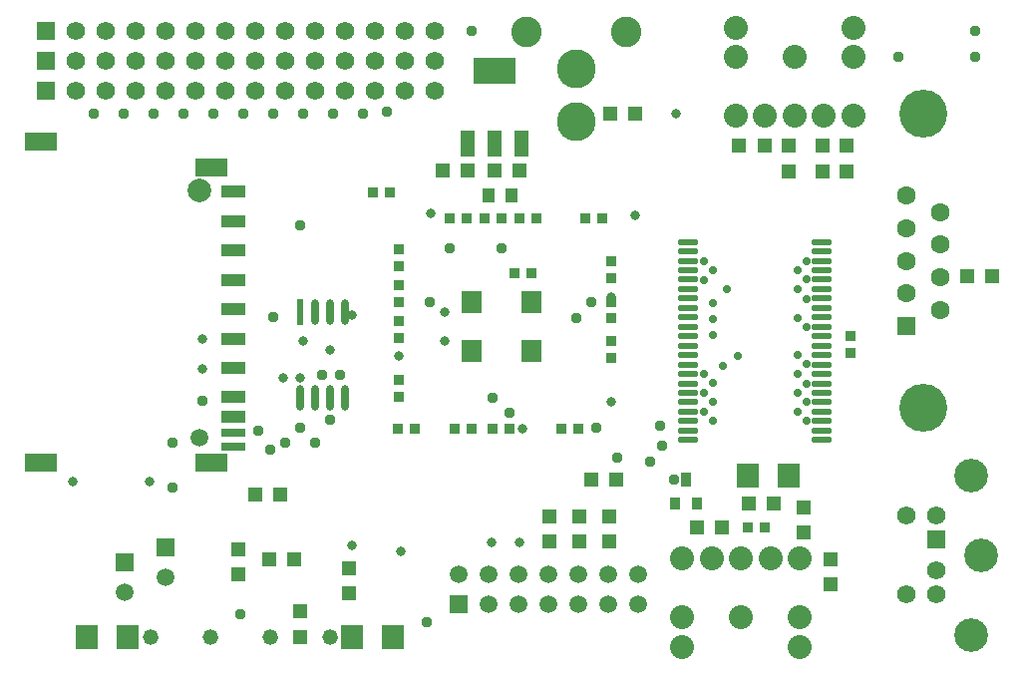
<source format=gbs>
G04 Layer_Color=16711935*
%FSLAX23Y23*%
%MOIN*%
G70*
G01*
G75*
%ADD11R,0.050X0.050*%
%ADD12R,0.038X0.032*%
%ADD18R,0.050X0.050*%
%ADD19R,0.032X0.038*%
%ADD20R,0.048X0.088*%
%ADD21R,0.142X0.088*%
%ADD22R,0.040X0.048*%
%ADD33R,0.063X0.063*%
%ADD34C,0.063*%
%ADD35C,0.160*%
%ADD36C,0.130*%
%ADD37C,0.102*%
%ADD38C,0.080*%
%ADD39R,0.059X0.059*%
%ADD40C,0.059*%
%ADD41R,0.062X0.062*%
%ADD42C,0.062*%
%ADD43R,0.062X0.062*%
%ADD44C,0.112*%
%ADD46R,0.059X0.059*%
%ADD47C,0.052*%
%ADD48C,0.032*%
%ADD49C,0.037*%
%ADD50C,0.028*%
%ADD52R,0.075X0.084*%
%ADD53R,0.070X0.078*%
%ADD54R,0.034X0.050*%
%ADD55R,0.034X0.040*%
%ADD56R,0.024X0.086*%
%ADD57O,0.024X0.086*%
%ADD58R,0.081X0.039*%
%ADD59R,0.081X0.028*%
%ADD60R,0.110X0.059*%
%ADD61O,0.071X0.022*%
%ADD65C,0.059*%
%ADD66C,0.079*%
D11*
X1984Y625D02*
D03*
X1900D02*
D03*
X2478Y1743D02*
D03*
X2394D02*
D03*
X3155Y1305D02*
D03*
X3239D02*
D03*
X2045Y1850D02*
D03*
X1961D02*
D03*
X1485Y1660D02*
D03*
X1401D02*
D03*
X1575D02*
D03*
X1659D02*
D03*
X2335Y465D02*
D03*
X2251D02*
D03*
X2509Y545D02*
D03*
X2425D02*
D03*
X905Y360D02*
D03*
X821D02*
D03*
X775Y575D02*
D03*
X859D02*
D03*
D12*
X2765Y1049D02*
D03*
Y1105D02*
D03*
X1255Y1339D02*
D03*
Y1395D02*
D03*
Y1276D02*
D03*
Y1220D02*
D03*
Y1099D02*
D03*
Y1155D02*
D03*
Y904D02*
D03*
Y960D02*
D03*
X1965Y1034D02*
D03*
Y1090D02*
D03*
Y1221D02*
D03*
Y1165D02*
D03*
Y1356D02*
D03*
Y1300D02*
D03*
D18*
X2674Y1742D02*
D03*
Y1658D02*
D03*
X2559D02*
D03*
Y1742D02*
D03*
X2754Y1658D02*
D03*
Y1742D02*
D03*
X2610Y450D02*
D03*
Y534D02*
D03*
X1960Y504D02*
D03*
Y420D02*
D03*
X1860D02*
D03*
Y504D02*
D03*
X1760Y420D02*
D03*
Y504D02*
D03*
X2700Y360D02*
D03*
Y276D02*
D03*
X1090Y330D02*
D03*
Y246D02*
D03*
X720Y310D02*
D03*
Y394D02*
D03*
X925Y185D02*
D03*
Y101D02*
D03*
D19*
X2424Y465D02*
D03*
X2480D02*
D03*
X1169Y1585D02*
D03*
X1225D02*
D03*
X1254Y795D02*
D03*
X1310D02*
D03*
X1444D02*
D03*
X1500D02*
D03*
X1626D02*
D03*
X1570D02*
D03*
X1799D02*
D03*
X1855D02*
D03*
X1481Y1500D02*
D03*
X1425D02*
D03*
X1544D02*
D03*
X1600D02*
D03*
X1716D02*
D03*
X1660D02*
D03*
X1936D02*
D03*
X1880D02*
D03*
X1644Y1318D02*
D03*
X1700D02*
D03*
D20*
X1665Y1750D02*
D03*
X1575D02*
D03*
X1485D02*
D03*
D21*
X1575Y1994D02*
D03*
D22*
X1634Y1575D02*
D03*
X1555D02*
D03*
D33*
X2953Y1140D02*
D03*
D34*
Y1249D02*
D03*
Y1358D02*
D03*
Y1467D02*
D03*
Y1576D02*
D03*
X3065Y1194D02*
D03*
Y1304D02*
D03*
Y1413D02*
D03*
Y1521D02*
D03*
D35*
X3009Y866D02*
D03*
Y1850D02*
D03*
D36*
X1849Y2000D02*
D03*
Y1823D02*
D03*
D37*
X1681Y2124D02*
D03*
X2016D02*
D03*
D38*
X2400Y165D02*
D03*
X2203Y362D02*
D03*
X2302D02*
D03*
X2498D02*
D03*
X2597D02*
D03*
Y165D02*
D03*
X2203D02*
D03*
X2400Y362D02*
D03*
X2597Y67D02*
D03*
X2203D02*
D03*
X2578Y2039D02*
D03*
X2775Y1842D02*
D03*
X2676D02*
D03*
X2480D02*
D03*
X2381D02*
D03*
Y2039D02*
D03*
X2775D02*
D03*
X2578Y1842D02*
D03*
X2381Y2137D02*
D03*
X2775D02*
D03*
D39*
X1455Y210D02*
D03*
D40*
Y310D02*
D03*
X1555Y210D02*
D03*
Y310D02*
D03*
X1655Y210D02*
D03*
Y310D02*
D03*
X1755Y210D02*
D03*
Y310D02*
D03*
X1855Y210D02*
D03*
Y310D02*
D03*
X1955Y210D02*
D03*
Y310D02*
D03*
X2055Y210D02*
D03*
Y310D02*
D03*
X340Y250D02*
D03*
X475Y300D02*
D03*
D41*
X75Y2125D02*
D03*
Y2025D02*
D03*
Y1925D02*
D03*
D42*
X175Y2125D02*
D03*
X275D02*
D03*
X375D02*
D03*
X475D02*
D03*
X575D02*
D03*
X675D02*
D03*
X775D02*
D03*
X875D02*
D03*
X975D02*
D03*
X1075D02*
D03*
X1175D02*
D03*
X1275D02*
D03*
X1375D02*
D03*
X175Y2025D02*
D03*
X275D02*
D03*
X375D02*
D03*
X475D02*
D03*
X575D02*
D03*
X675D02*
D03*
X775D02*
D03*
X875D02*
D03*
X975D02*
D03*
X1075D02*
D03*
X1175D02*
D03*
X1275D02*
D03*
X1375D02*
D03*
X175Y1925D02*
D03*
X275D02*
D03*
X375D02*
D03*
X475D02*
D03*
X575D02*
D03*
X675D02*
D03*
X775D02*
D03*
X875D02*
D03*
X975D02*
D03*
X1075D02*
D03*
X1175D02*
D03*
X1275D02*
D03*
X1375D02*
D03*
X3051Y323D02*
D03*
Y506D02*
D03*
Y242D02*
D03*
X2953Y506D02*
D03*
Y242D02*
D03*
D43*
X3051Y425D02*
D03*
D44*
X3169Y640D02*
D03*
X3201Y374D02*
D03*
X3169Y108D02*
D03*
D46*
X340Y350D02*
D03*
X475Y400D02*
D03*
D47*
X625Y100D02*
D03*
X425D02*
D03*
X1025D02*
D03*
X825D02*
D03*
D48*
X2045Y1510D02*
D03*
X2184Y1850D02*
D03*
X166Y620D02*
D03*
X424D02*
D03*
X1984Y625D02*
D03*
X2674Y1658D02*
D03*
X2394Y1743D02*
D03*
X1263Y388D02*
D03*
X1100Y405D02*
D03*
X925Y965D02*
D03*
X869D02*
D03*
X1255Y1040D02*
D03*
Y1155D02*
D03*
Y1220D02*
D03*
X1600Y1500D02*
D03*
X1660D02*
D03*
X1716D02*
D03*
X1444Y795D02*
D03*
X1225Y1585D02*
D03*
X1965Y1165D02*
D03*
Y1300D02*
D03*
Y1355D02*
D03*
Y1090D02*
D03*
X1855Y795D02*
D03*
X1670D02*
D03*
X1500D02*
D03*
X1570D02*
D03*
X1254D02*
D03*
X1310D02*
D03*
X1255Y904D02*
D03*
Y960D02*
D03*
Y1276D02*
D03*
Y1395D02*
D03*
X1425Y1500D02*
D03*
X1481D02*
D03*
X1880D02*
D03*
X1936D02*
D03*
X1660Y416D02*
D03*
X1965Y885D02*
D03*
Y1236D02*
D03*
X1100Y1175D02*
D03*
X1495Y1220D02*
D03*
X1700D02*
D03*
X1410Y1185D02*
D03*
Y1090D02*
D03*
X935D02*
D03*
X600Y995D02*
D03*
X1025Y1060D02*
D03*
X1565Y415D02*
D03*
X720Y394D02*
D03*
X905Y360D02*
D03*
X720Y310D02*
D03*
X600Y1095D02*
D03*
X1090Y330D02*
D03*
Y246D02*
D03*
X925Y185D02*
D03*
X775Y575D02*
D03*
X1364Y1515D02*
D03*
D49*
X1350Y150D02*
D03*
X600Y890D02*
D03*
X925Y1475D02*
D03*
X1000Y975D02*
D03*
X1025Y825D02*
D03*
X1360Y1220D02*
D03*
X1600Y1400D02*
D03*
X1915Y800D02*
D03*
X1985Y700D02*
D03*
X1035Y1850D02*
D03*
X1135D02*
D03*
X735D02*
D03*
X535D02*
D03*
X635D02*
D03*
X1500Y2125D02*
D03*
X935Y1850D02*
D03*
X435D02*
D03*
X835D02*
D03*
X2175Y625D02*
D03*
X785Y790D02*
D03*
X2135Y740D02*
D03*
X1215Y1855D02*
D03*
X500Y750D02*
D03*
X2095Y685D02*
D03*
X2130Y805D02*
D03*
X1425Y1400D02*
D03*
X1570Y900D02*
D03*
X1625Y850D02*
D03*
X1850Y1165D02*
D03*
X1900Y1220D02*
D03*
X1060Y975D02*
D03*
X3184Y2040D02*
D03*
Y2125D02*
D03*
X2925Y2040D02*
D03*
X235Y1850D02*
D03*
X335D02*
D03*
X835Y1170D02*
D03*
X825Y725D02*
D03*
X875Y750D02*
D03*
X975D02*
D03*
X925Y800D02*
D03*
X725Y175D02*
D03*
X500Y600D02*
D03*
D50*
X2275Y854D02*
D03*
X2305Y822D02*
D03*
Y885D02*
D03*
X2275Y917D02*
D03*
X2305Y949D02*
D03*
X2620Y948D02*
D03*
X2590Y918D02*
D03*
X2620Y886D02*
D03*
X2590Y854D02*
D03*
X2620Y823D02*
D03*
X2275Y981D02*
D03*
X2590Y980D02*
D03*
X2340Y1007D02*
D03*
X2620Y1012D02*
D03*
X2388Y1040D02*
D03*
X2620Y1137D02*
D03*
X2305Y1111D02*
D03*
X2590Y1168D02*
D03*
X2305Y1215D02*
D03*
X2352Y1262D02*
D03*
X2275Y1294D02*
D03*
X2305Y1326D02*
D03*
X2275Y1358D02*
D03*
X2590Y1263D02*
D03*
X2620Y1295D02*
D03*
X2590Y1326D02*
D03*
Y1042D02*
D03*
X2305Y1162D02*
D03*
X2620Y1231D02*
D03*
Y1358D02*
D03*
D52*
X2424Y640D02*
D03*
X2560D02*
D03*
X1100Y100D02*
D03*
X1236D02*
D03*
X350D02*
D03*
X214D02*
D03*
D53*
X1700Y1055D02*
D03*
X1500D02*
D03*
X1500Y1220D02*
D03*
X1700D02*
D03*
D54*
X2215Y625D02*
D03*
D55*
X2252Y546D02*
D03*
X2178D02*
D03*
D56*
X925Y1185D02*
D03*
D57*
X975D02*
D03*
X1025D02*
D03*
X1075D02*
D03*
Y900D02*
D03*
X1025D02*
D03*
X975D02*
D03*
X925D02*
D03*
D58*
X701Y1491D02*
D03*
Y1393D02*
D03*
Y1294D02*
D03*
Y1196D02*
D03*
Y1098D02*
D03*
Y999D02*
D03*
Y904D02*
D03*
Y837D02*
D03*
Y1590D02*
D03*
D59*
Y784D02*
D03*
Y737D02*
D03*
D60*
X630Y683D02*
D03*
Y1671D02*
D03*
X59Y683D02*
D03*
Y1758D02*
D03*
D61*
X2669Y1421D02*
D03*
X2669Y1389D02*
D03*
X2669Y1358D02*
D03*
Y1326D02*
D03*
Y1295D02*
D03*
Y1263D02*
D03*
Y1232D02*
D03*
Y1200D02*
D03*
Y1169D02*
D03*
Y1137D02*
D03*
Y1106D02*
D03*
Y1074D02*
D03*
Y1043D02*
D03*
Y1011D02*
D03*
Y980D02*
D03*
Y948D02*
D03*
Y917D02*
D03*
Y885D02*
D03*
X2669Y854D02*
D03*
Y822D02*
D03*
Y791D02*
D03*
X2669Y759D02*
D03*
X2221Y1421D02*
D03*
Y1389D02*
D03*
Y1358D02*
D03*
Y1326D02*
D03*
Y1295D02*
D03*
Y1263D02*
D03*
Y1232D02*
D03*
Y1200D02*
D03*
Y1169D02*
D03*
Y1137D02*
D03*
Y1106D02*
D03*
Y1074D02*
D03*
Y1043D02*
D03*
Y1011D02*
D03*
Y980D02*
D03*
Y948D02*
D03*
Y917D02*
D03*
Y885D02*
D03*
Y854D02*
D03*
Y822D02*
D03*
Y791D02*
D03*
Y759D02*
D03*
D65*
X590Y768D02*
D03*
D66*
Y1594D02*
D03*
M02*

</source>
